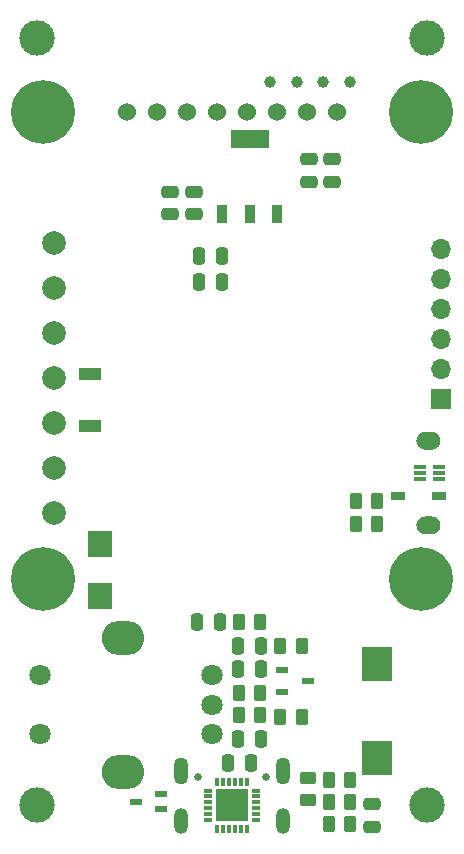
<source format=gbr>
%TF.GenerationSoftware,KiCad,Pcbnew,7.0.8*%
%TF.CreationDate,2023-10-25T09:11:50+02:00*%
%TF.ProjectId,AxxSolder,41787853-6f6c-4646-9572-2e6b69636164,rev?*%
%TF.SameCoordinates,Original*%
%TF.FileFunction,Soldermask,Top*%
%TF.FilePolarity,Negative*%
%FSLAX46Y46*%
G04 Gerber Fmt 4.6, Leading zero omitted, Abs format (unit mm)*
G04 Created by KiCad (PCBNEW 7.0.8) date 2023-10-25 09:11:50*
%MOMM*%
%LPD*%
G01*
G04 APERTURE LIST*
G04 Aperture macros list*
%AMRoundRect*
0 Rectangle with rounded corners*
0 $1 Rounding radius*
0 $2 $3 $4 $5 $6 $7 $8 $9 X,Y pos of 4 corners*
0 Add a 4 corners polygon primitive as box body*
4,1,4,$2,$3,$4,$5,$6,$7,$8,$9,$2,$3,0*
0 Add four circle primitives for the rounded corners*
1,1,$1+$1,$2,$3*
1,1,$1+$1,$4,$5*
1,1,$1+$1,$6,$7*
1,1,$1+$1,$8,$9*
0 Add four rect primitives between the rounded corners*
20,1,$1+$1,$2,$3,$4,$5,0*
20,1,$1+$1,$4,$5,$6,$7,0*
20,1,$1+$1,$6,$7,$8,$9,0*
20,1,$1+$1,$8,$9,$2,$3,0*%
G04 Aperture macros list end*
%ADD10C,0.010000*%
%ADD11C,1.800000*%
%ADD12O,3.600000X2.900000*%
%ADD13RoundRect,0.250000X0.250000X0.475000X-0.250000X0.475000X-0.250000X-0.475000X0.250000X-0.475000X0*%
%ADD14RoundRect,0.250000X-0.250000X-0.475000X0.250000X-0.475000X0.250000X0.475000X-0.250000X0.475000X0*%
%ADD15RoundRect,0.250000X0.450000X-0.262500X0.450000X0.262500X-0.450000X0.262500X-0.450000X-0.262500X0*%
%ADD16C,3.000000*%
%ADD17RoundRect,0.250000X0.475000X-0.250000X0.475000X0.250000X-0.475000X0.250000X-0.475000X-0.250000X0*%
%ADD18RoundRect,0.250000X0.262500X0.450000X-0.262500X0.450000X-0.262500X-0.450000X0.262500X-0.450000X0*%
%ADD19R,1.050000X0.500000*%
%ADD20R,1.050000X0.600000*%
%ADD21RoundRect,0.250000X-0.262500X-0.450000X0.262500X-0.450000X0.262500X0.450000X-0.262500X0.450000X0*%
%ADD22R,2.500000X3.000000*%
%ADD23RoundRect,0.250000X-0.475000X0.250000X-0.475000X-0.250000X0.475000X-0.250000X0.475000X0.250000X0*%
%ADD24R,1.930000X1.000000*%
%ADD25C,1.000000*%
%ADD26R,1.200000X0.750000*%
%ADD27R,0.950000X1.650000*%
%ADD28R,3.250000X1.650000*%
%ADD29R,2.150000X2.200000*%
%ADD30C,1.524000*%
%ADD31C,5.400000*%
%ADD32R,0.990000X0.300000*%
%ADD33R,0.800000X0.300000*%
%ADD34R,0.300000X0.800000*%
%ADD35R,2.800000X2.800000*%
%ADD36C,2.000000*%
%ADD37R,1.700000X1.700000*%
%ADD38O,1.700000X1.700000*%
%ADD39C,0.650000*%
%ADD40O,1.254000X2.304000*%
%ADD41O,1.204000X2.204000*%
G04 APERTURE END LIST*
%TO.C,J2*%
D10*
X133412000Y-90551000D02*
X133448000Y-90554000D01*
X133485000Y-90559000D01*
X133521000Y-90565000D01*
X133556000Y-90574000D01*
X133591000Y-90584000D01*
X133626000Y-90596000D01*
X133660000Y-90611000D01*
X133693000Y-90626000D01*
X133725000Y-90644000D01*
X133756000Y-90663000D01*
X133786000Y-90684000D01*
X133816000Y-90706000D01*
X133843000Y-90730000D01*
X133870000Y-90755000D01*
X133895000Y-90782000D01*
X133919000Y-90809000D01*
X133941000Y-90839000D01*
X133962000Y-90869000D01*
X133981000Y-90900000D01*
X133999000Y-90932000D01*
X134014000Y-90965000D01*
X134029000Y-90999000D01*
X134041000Y-91034000D01*
X134051000Y-91069000D01*
X134060000Y-91104000D01*
X134066000Y-91140000D01*
X134071000Y-91177000D01*
X134074000Y-91213000D01*
X134075000Y-91250000D01*
X134074000Y-91287000D01*
X134071000Y-91323000D01*
X134066000Y-91360000D01*
X134060000Y-91396000D01*
X134051000Y-91431000D01*
X134041000Y-91466000D01*
X134029000Y-91501000D01*
X134014000Y-91535000D01*
X133999000Y-91568000D01*
X133981000Y-91600000D01*
X133962000Y-91631000D01*
X133941000Y-91661000D01*
X133919000Y-91691000D01*
X133895000Y-91718000D01*
X133870000Y-91745000D01*
X133843000Y-91770000D01*
X133816000Y-91794000D01*
X133786000Y-91816000D01*
X133756000Y-91837000D01*
X133725000Y-91856000D01*
X133693000Y-91874000D01*
X133660000Y-91889000D01*
X133626000Y-91904000D01*
X133591000Y-91916000D01*
X133556000Y-91926000D01*
X133521000Y-91935000D01*
X133485000Y-91941000D01*
X133448000Y-91946000D01*
X133412000Y-91949000D01*
X133375000Y-91950000D01*
X132825000Y-91950000D01*
X132788000Y-91949000D01*
X132752000Y-91946000D01*
X132715000Y-91941000D01*
X132679000Y-91935000D01*
X132644000Y-91926000D01*
X132609000Y-91916000D01*
X132574000Y-91904000D01*
X132540000Y-91889000D01*
X132507000Y-91874000D01*
X132475000Y-91856000D01*
X132444000Y-91837000D01*
X132414000Y-91816000D01*
X132384000Y-91794000D01*
X132357000Y-91770000D01*
X132330000Y-91745000D01*
X132305000Y-91718000D01*
X132281000Y-91691000D01*
X132259000Y-91661000D01*
X132238000Y-91631000D01*
X132219000Y-91600000D01*
X132201000Y-91568000D01*
X132186000Y-91535000D01*
X132171000Y-91501000D01*
X132159000Y-91466000D01*
X132149000Y-91431000D01*
X132140000Y-91396000D01*
X132134000Y-91360000D01*
X132129000Y-91323000D01*
X132126000Y-91287000D01*
X132125000Y-91250000D01*
X132126000Y-91213000D01*
X132129000Y-91177000D01*
X132134000Y-91140000D01*
X132140000Y-91104000D01*
X132149000Y-91069000D01*
X132159000Y-91034000D01*
X132171000Y-90999000D01*
X132186000Y-90965000D01*
X132201000Y-90932000D01*
X132219000Y-90900000D01*
X132238000Y-90869000D01*
X132259000Y-90839000D01*
X132281000Y-90809000D01*
X132305000Y-90782000D01*
X132330000Y-90755000D01*
X132357000Y-90730000D01*
X132384000Y-90706000D01*
X132414000Y-90684000D01*
X132444000Y-90663000D01*
X132475000Y-90644000D01*
X132507000Y-90626000D01*
X132540000Y-90611000D01*
X132574000Y-90596000D01*
X132609000Y-90584000D01*
X132644000Y-90574000D01*
X132679000Y-90565000D01*
X132715000Y-90559000D01*
X132752000Y-90554000D01*
X132788000Y-90551000D01*
X132825000Y-90550000D01*
X133375000Y-90550000D01*
X133412000Y-90551000D01*
G36*
X133412000Y-90551000D02*
G01*
X133448000Y-90554000D01*
X133485000Y-90559000D01*
X133521000Y-90565000D01*
X133556000Y-90574000D01*
X133591000Y-90584000D01*
X133626000Y-90596000D01*
X133660000Y-90611000D01*
X133693000Y-90626000D01*
X133725000Y-90644000D01*
X133756000Y-90663000D01*
X133786000Y-90684000D01*
X133816000Y-90706000D01*
X133843000Y-90730000D01*
X133870000Y-90755000D01*
X133895000Y-90782000D01*
X133919000Y-90809000D01*
X133941000Y-90839000D01*
X133962000Y-90869000D01*
X133981000Y-90900000D01*
X133999000Y-90932000D01*
X134014000Y-90965000D01*
X134029000Y-90999000D01*
X134041000Y-91034000D01*
X134051000Y-91069000D01*
X134060000Y-91104000D01*
X134066000Y-91140000D01*
X134071000Y-91177000D01*
X134074000Y-91213000D01*
X134075000Y-91250000D01*
X134074000Y-91287000D01*
X134071000Y-91323000D01*
X134066000Y-91360000D01*
X134060000Y-91396000D01*
X134051000Y-91431000D01*
X134041000Y-91466000D01*
X134029000Y-91501000D01*
X134014000Y-91535000D01*
X133999000Y-91568000D01*
X133981000Y-91600000D01*
X133962000Y-91631000D01*
X133941000Y-91661000D01*
X133919000Y-91691000D01*
X133895000Y-91718000D01*
X133870000Y-91745000D01*
X133843000Y-91770000D01*
X133816000Y-91794000D01*
X133786000Y-91816000D01*
X133756000Y-91837000D01*
X133725000Y-91856000D01*
X133693000Y-91874000D01*
X133660000Y-91889000D01*
X133626000Y-91904000D01*
X133591000Y-91916000D01*
X133556000Y-91926000D01*
X133521000Y-91935000D01*
X133485000Y-91941000D01*
X133448000Y-91946000D01*
X133412000Y-91949000D01*
X133375000Y-91950000D01*
X132825000Y-91950000D01*
X132788000Y-91949000D01*
X132752000Y-91946000D01*
X132715000Y-91941000D01*
X132679000Y-91935000D01*
X132644000Y-91926000D01*
X132609000Y-91916000D01*
X132574000Y-91904000D01*
X132540000Y-91889000D01*
X132507000Y-91874000D01*
X132475000Y-91856000D01*
X132444000Y-91837000D01*
X132414000Y-91816000D01*
X132384000Y-91794000D01*
X132357000Y-91770000D01*
X132330000Y-91745000D01*
X132305000Y-91718000D01*
X132281000Y-91691000D01*
X132259000Y-91661000D01*
X132238000Y-91631000D01*
X132219000Y-91600000D01*
X132201000Y-91568000D01*
X132186000Y-91535000D01*
X132171000Y-91501000D01*
X132159000Y-91466000D01*
X132149000Y-91431000D01*
X132140000Y-91396000D01*
X132134000Y-91360000D01*
X132129000Y-91323000D01*
X132126000Y-91287000D01*
X132125000Y-91250000D01*
X132126000Y-91213000D01*
X132129000Y-91177000D01*
X132134000Y-91140000D01*
X132140000Y-91104000D01*
X132149000Y-91069000D01*
X132159000Y-91034000D01*
X132171000Y-90999000D01*
X132186000Y-90965000D01*
X132201000Y-90932000D01*
X132219000Y-90900000D01*
X132238000Y-90869000D01*
X132259000Y-90839000D01*
X132281000Y-90809000D01*
X132305000Y-90782000D01*
X132330000Y-90755000D01*
X132357000Y-90730000D01*
X132384000Y-90706000D01*
X132414000Y-90684000D01*
X132444000Y-90663000D01*
X132475000Y-90644000D01*
X132507000Y-90626000D01*
X132540000Y-90611000D01*
X132574000Y-90596000D01*
X132609000Y-90584000D01*
X132644000Y-90574000D01*
X132679000Y-90565000D01*
X132715000Y-90559000D01*
X132752000Y-90554000D01*
X132788000Y-90551000D01*
X132825000Y-90550000D01*
X133375000Y-90550000D01*
X133412000Y-90551000D01*
G37*
X133412000Y-83401000D02*
X133448000Y-83404000D01*
X133485000Y-83409000D01*
X133521000Y-83415000D01*
X133556000Y-83424000D01*
X133591000Y-83434000D01*
X133626000Y-83446000D01*
X133660000Y-83461000D01*
X133693000Y-83476000D01*
X133725000Y-83494000D01*
X133756000Y-83513000D01*
X133786000Y-83534000D01*
X133816000Y-83556000D01*
X133843000Y-83580000D01*
X133870000Y-83605000D01*
X133895000Y-83632000D01*
X133919000Y-83659000D01*
X133941000Y-83689000D01*
X133962000Y-83719000D01*
X133981000Y-83750000D01*
X133999000Y-83782000D01*
X134014000Y-83815000D01*
X134029000Y-83849000D01*
X134041000Y-83884000D01*
X134051000Y-83919000D01*
X134060000Y-83954000D01*
X134066000Y-83990000D01*
X134071000Y-84027000D01*
X134074000Y-84063000D01*
X134075000Y-84100000D01*
X134074000Y-84137000D01*
X134071000Y-84173000D01*
X134066000Y-84210000D01*
X134060000Y-84246000D01*
X134051000Y-84281000D01*
X134041000Y-84316000D01*
X134029000Y-84351000D01*
X134014000Y-84385000D01*
X133999000Y-84418000D01*
X133981000Y-84450000D01*
X133962000Y-84481000D01*
X133941000Y-84511000D01*
X133919000Y-84541000D01*
X133895000Y-84568000D01*
X133870000Y-84595000D01*
X133843000Y-84620000D01*
X133816000Y-84644000D01*
X133786000Y-84666000D01*
X133756000Y-84687000D01*
X133725000Y-84706000D01*
X133693000Y-84724000D01*
X133660000Y-84739000D01*
X133626000Y-84754000D01*
X133591000Y-84766000D01*
X133556000Y-84776000D01*
X133521000Y-84785000D01*
X133485000Y-84791000D01*
X133448000Y-84796000D01*
X133412000Y-84799000D01*
X133375000Y-84800000D01*
X132825000Y-84800000D01*
X132788000Y-84799000D01*
X132752000Y-84796000D01*
X132715000Y-84791000D01*
X132679000Y-84785000D01*
X132644000Y-84776000D01*
X132609000Y-84766000D01*
X132574000Y-84754000D01*
X132540000Y-84739000D01*
X132507000Y-84724000D01*
X132475000Y-84706000D01*
X132444000Y-84687000D01*
X132414000Y-84666000D01*
X132384000Y-84644000D01*
X132357000Y-84620000D01*
X132330000Y-84595000D01*
X132305000Y-84568000D01*
X132281000Y-84541000D01*
X132259000Y-84511000D01*
X132238000Y-84481000D01*
X132219000Y-84450000D01*
X132201000Y-84418000D01*
X132186000Y-84385000D01*
X132171000Y-84351000D01*
X132159000Y-84316000D01*
X132149000Y-84281000D01*
X132140000Y-84246000D01*
X132134000Y-84210000D01*
X132129000Y-84173000D01*
X132126000Y-84137000D01*
X132125000Y-84100000D01*
X132126000Y-84063000D01*
X132129000Y-84027000D01*
X132134000Y-83990000D01*
X132140000Y-83954000D01*
X132149000Y-83919000D01*
X132159000Y-83884000D01*
X132171000Y-83849000D01*
X132186000Y-83815000D01*
X132201000Y-83782000D01*
X132219000Y-83750000D01*
X132238000Y-83719000D01*
X132259000Y-83689000D01*
X132281000Y-83659000D01*
X132305000Y-83632000D01*
X132330000Y-83605000D01*
X132357000Y-83580000D01*
X132384000Y-83556000D01*
X132414000Y-83534000D01*
X132444000Y-83513000D01*
X132475000Y-83494000D01*
X132507000Y-83476000D01*
X132540000Y-83461000D01*
X132574000Y-83446000D01*
X132609000Y-83434000D01*
X132644000Y-83424000D01*
X132679000Y-83415000D01*
X132715000Y-83409000D01*
X132752000Y-83404000D01*
X132788000Y-83401000D01*
X132825000Y-83400000D01*
X133375000Y-83400000D01*
X133412000Y-83401000D01*
G36*
X133412000Y-83401000D02*
G01*
X133448000Y-83404000D01*
X133485000Y-83409000D01*
X133521000Y-83415000D01*
X133556000Y-83424000D01*
X133591000Y-83434000D01*
X133626000Y-83446000D01*
X133660000Y-83461000D01*
X133693000Y-83476000D01*
X133725000Y-83494000D01*
X133756000Y-83513000D01*
X133786000Y-83534000D01*
X133816000Y-83556000D01*
X133843000Y-83580000D01*
X133870000Y-83605000D01*
X133895000Y-83632000D01*
X133919000Y-83659000D01*
X133941000Y-83689000D01*
X133962000Y-83719000D01*
X133981000Y-83750000D01*
X133999000Y-83782000D01*
X134014000Y-83815000D01*
X134029000Y-83849000D01*
X134041000Y-83884000D01*
X134051000Y-83919000D01*
X134060000Y-83954000D01*
X134066000Y-83990000D01*
X134071000Y-84027000D01*
X134074000Y-84063000D01*
X134075000Y-84100000D01*
X134074000Y-84137000D01*
X134071000Y-84173000D01*
X134066000Y-84210000D01*
X134060000Y-84246000D01*
X134051000Y-84281000D01*
X134041000Y-84316000D01*
X134029000Y-84351000D01*
X134014000Y-84385000D01*
X133999000Y-84418000D01*
X133981000Y-84450000D01*
X133962000Y-84481000D01*
X133941000Y-84511000D01*
X133919000Y-84541000D01*
X133895000Y-84568000D01*
X133870000Y-84595000D01*
X133843000Y-84620000D01*
X133816000Y-84644000D01*
X133786000Y-84666000D01*
X133756000Y-84687000D01*
X133725000Y-84706000D01*
X133693000Y-84724000D01*
X133660000Y-84739000D01*
X133626000Y-84754000D01*
X133591000Y-84766000D01*
X133556000Y-84776000D01*
X133521000Y-84785000D01*
X133485000Y-84791000D01*
X133448000Y-84796000D01*
X133412000Y-84799000D01*
X133375000Y-84800000D01*
X132825000Y-84800000D01*
X132788000Y-84799000D01*
X132752000Y-84796000D01*
X132715000Y-84791000D01*
X132679000Y-84785000D01*
X132644000Y-84776000D01*
X132609000Y-84766000D01*
X132574000Y-84754000D01*
X132540000Y-84739000D01*
X132507000Y-84724000D01*
X132475000Y-84706000D01*
X132444000Y-84687000D01*
X132414000Y-84666000D01*
X132384000Y-84644000D01*
X132357000Y-84620000D01*
X132330000Y-84595000D01*
X132305000Y-84568000D01*
X132281000Y-84541000D01*
X132259000Y-84511000D01*
X132238000Y-84481000D01*
X132219000Y-84450000D01*
X132201000Y-84418000D01*
X132186000Y-84385000D01*
X132171000Y-84351000D01*
X132159000Y-84316000D01*
X132149000Y-84281000D01*
X132140000Y-84246000D01*
X132134000Y-84210000D01*
X132129000Y-84173000D01*
X132126000Y-84137000D01*
X132125000Y-84100000D01*
X132126000Y-84063000D01*
X132129000Y-84027000D01*
X132134000Y-83990000D01*
X132140000Y-83954000D01*
X132149000Y-83919000D01*
X132159000Y-83884000D01*
X132171000Y-83849000D01*
X132186000Y-83815000D01*
X132201000Y-83782000D01*
X132219000Y-83750000D01*
X132238000Y-83719000D01*
X132259000Y-83689000D01*
X132281000Y-83659000D01*
X132305000Y-83632000D01*
X132330000Y-83605000D01*
X132357000Y-83580000D01*
X132384000Y-83556000D01*
X132414000Y-83534000D01*
X132444000Y-83513000D01*
X132475000Y-83494000D01*
X132507000Y-83476000D01*
X132540000Y-83461000D01*
X132574000Y-83446000D01*
X132609000Y-83434000D01*
X132644000Y-83424000D01*
X132679000Y-83415000D01*
X132715000Y-83409000D01*
X132752000Y-83404000D01*
X132788000Y-83401000D01*
X132825000Y-83400000D01*
X133375000Y-83400000D01*
X133412000Y-83401000D01*
G37*
%TD*%
D11*
%TO.C,U1*%
X100275000Y-109000000D03*
X100275000Y-104000000D03*
X114775000Y-109000000D03*
D12*
X107275000Y-112200000D03*
D11*
X114775000Y-106500000D03*
D12*
X107275000Y-100800000D03*
D11*
X114775000Y-104000000D03*
%TD*%
D13*
%TO.C,C9*%
X115450000Y-99500000D03*
X113550000Y-99500000D03*
%TD*%
D14*
%TO.C,C10*%
X117050000Y-103500000D03*
X118950000Y-103500000D03*
%TD*%
D15*
%TO.C,R31*%
X122900000Y-114512500D03*
X122900000Y-112687500D03*
%TD*%
D16*
%TO.C,H2*%
X100000000Y-115000000D03*
%TD*%
D17*
%TO.C,C13*%
X123000000Y-62200000D03*
X123000000Y-60300000D03*
%TD*%
D16*
%TO.C,H3*%
X133000000Y-50000000D03*
%TD*%
D18*
%TO.C,R33*%
X126512500Y-112900000D03*
X124687500Y-112900000D03*
%TD*%
D19*
%TO.C,D10*%
X110500000Y-115350000D03*
X110500000Y-114050000D03*
X108400000Y-114700000D03*
%TD*%
D18*
%TO.C,R12*%
X118912500Y-99500000D03*
X117087500Y-99500000D03*
%TD*%
D17*
%TO.C,C6*%
X125000000Y-62200000D03*
X125000000Y-60300000D03*
%TD*%
D13*
%TO.C,C29*%
X115650000Y-68500000D03*
X113750000Y-68500000D03*
%TD*%
D20*
%TO.C,Q2*%
X120700000Y-103550000D03*
X120700000Y-105450000D03*
X122900000Y-104500000D03*
%TD*%
D14*
%TO.C,C20*%
X116200000Y-111400000D03*
X118100000Y-111400000D03*
%TD*%
D18*
%TO.C,R16*%
X122412500Y-101500000D03*
X120587500Y-101500000D03*
%TD*%
D21*
%TO.C,R11*%
X117087500Y-107350000D03*
X118912500Y-107350000D03*
%TD*%
D22*
%TO.C,LS1*%
X128750000Y-103000000D03*
X128750000Y-111000000D03*
%TD*%
D21*
%TO.C,R17*%
X120587500Y-107500000D03*
X122412500Y-107500000D03*
%TD*%
D23*
%TO.C,C19*%
X111250000Y-63050000D03*
X111250000Y-64950000D03*
%TD*%
D24*
%TO.C,D7*%
X104500000Y-82900000D03*
X104500000Y-78500000D03*
%TD*%
D25*
%TO.C,TP3*%
X119750000Y-53750000D03*
%TD*%
D26*
%TO.C,D11*%
X130600000Y-88800000D03*
X134000000Y-88800000D03*
%TD*%
D18*
%TO.C,R34*%
X126512500Y-116600000D03*
X124687500Y-116600000D03*
%TD*%
D27*
%TO.C,PS1*%
X115700000Y-64900000D03*
X118000000Y-64900000D03*
X120300000Y-64900000D03*
D28*
X118000000Y-58600000D03*
%TD*%
D23*
%TO.C,C22*%
X113250000Y-63050000D03*
X113250000Y-64950000D03*
%TD*%
D29*
%TO.C,D9*%
X105300000Y-97300000D03*
X105300000Y-92900000D03*
%TD*%
D18*
%TO.C,R13*%
X118912500Y-105500000D03*
X117087500Y-105500000D03*
%TD*%
D30*
%TO.C,D4*%
X125390000Y-56320000D03*
D31*
X132500000Y-95820000D03*
X132500000Y-56320000D03*
D30*
X122850000Y-56320000D03*
D31*
X100500000Y-95820000D03*
X100500000Y-56320000D03*
D30*
X120310000Y-56320000D03*
X117770000Y-56320000D03*
X115230000Y-56320000D03*
X112690000Y-56320000D03*
X110150000Y-56320000D03*
X107610000Y-56320000D03*
%TD*%
D14*
%TO.C,C30*%
X117050000Y-109350000D03*
X118950000Y-109350000D03*
%TD*%
D21*
%TO.C,R32*%
X124687500Y-114750000D03*
X126512500Y-114750000D03*
%TD*%
D14*
%TO.C,C8*%
X117050000Y-101500000D03*
X118950000Y-101500000D03*
%TD*%
D17*
%TO.C,C31*%
X128350000Y-116800000D03*
X128350000Y-114900000D03*
%TD*%
D16*
%TO.C,H4*%
X100000000Y-50000000D03*
%TD*%
D21*
%TO.C,R30*%
X126987500Y-91200000D03*
X128812500Y-91200000D03*
%TD*%
D13*
%TO.C,C28*%
X115650000Y-70700000D03*
X113750000Y-70700000D03*
%TD*%
D32*
%TO.C,IC8*%
X132395000Y-86400000D03*
X132395000Y-86900000D03*
X132395000Y-87400000D03*
X134005000Y-87400000D03*
X134005000Y-86900000D03*
X134005000Y-86400000D03*
%TD*%
D21*
%TO.C,R27*%
X126987500Y-89200000D03*
X128812500Y-89200000D03*
%TD*%
D33*
%TO.C,IC7*%
X114500000Y-113750000D03*
X114500000Y-114250000D03*
X114500000Y-114750000D03*
X114500000Y-115250000D03*
X114500000Y-115750000D03*
X114500000Y-116250000D03*
D34*
X115250000Y-117000000D03*
X115750000Y-117000000D03*
X116250000Y-117000000D03*
X116750000Y-117000000D03*
X117250000Y-117000000D03*
X117750000Y-117000000D03*
D33*
X118500000Y-116250000D03*
X118500000Y-115750000D03*
X118500000Y-115250000D03*
X118500000Y-114750000D03*
X118500000Y-114250000D03*
X118500000Y-113750000D03*
D34*
X117750000Y-113000000D03*
X117250000Y-113000000D03*
X116750000Y-113000000D03*
X116250000Y-113000000D03*
X115750000Y-113000000D03*
X115250000Y-113000000D03*
D35*
X116500000Y-115000000D03*
%TD*%
D36*
%TO.C,J1*%
X101400000Y-67370000D03*
X101400000Y-71180000D03*
X101400000Y-74990000D03*
X101400000Y-78800000D03*
X101400000Y-82610000D03*
X101400000Y-86420000D03*
X101400000Y-90230000D03*
%TD*%
D25*
%TO.C,TP9*%
X122000000Y-53750000D03*
%TD*%
D16*
%TO.C,H1*%
X133000000Y-115000000D03*
%TD*%
D37*
%TO.C,J6*%
X134200000Y-80600000D03*
D38*
X134200000Y-78060000D03*
X134200000Y-75520000D03*
X134200000Y-72980000D03*
X134200000Y-70440000D03*
X134200000Y-67900000D03*
%TD*%
D39*
%TO.C,J5*%
X119390000Y-112620000D03*
X113610000Y-112620000D03*
D40*
X120820000Y-112120000D03*
D41*
X120820000Y-116300000D03*
X112180000Y-116300000D03*
D40*
X112180000Y-112120000D03*
%TD*%
D25*
%TO.C,TP7*%
X124250000Y-53750000D03*
%TD*%
%TO.C,TP8*%
X126500000Y-53750000D03*
%TD*%
M02*

</source>
